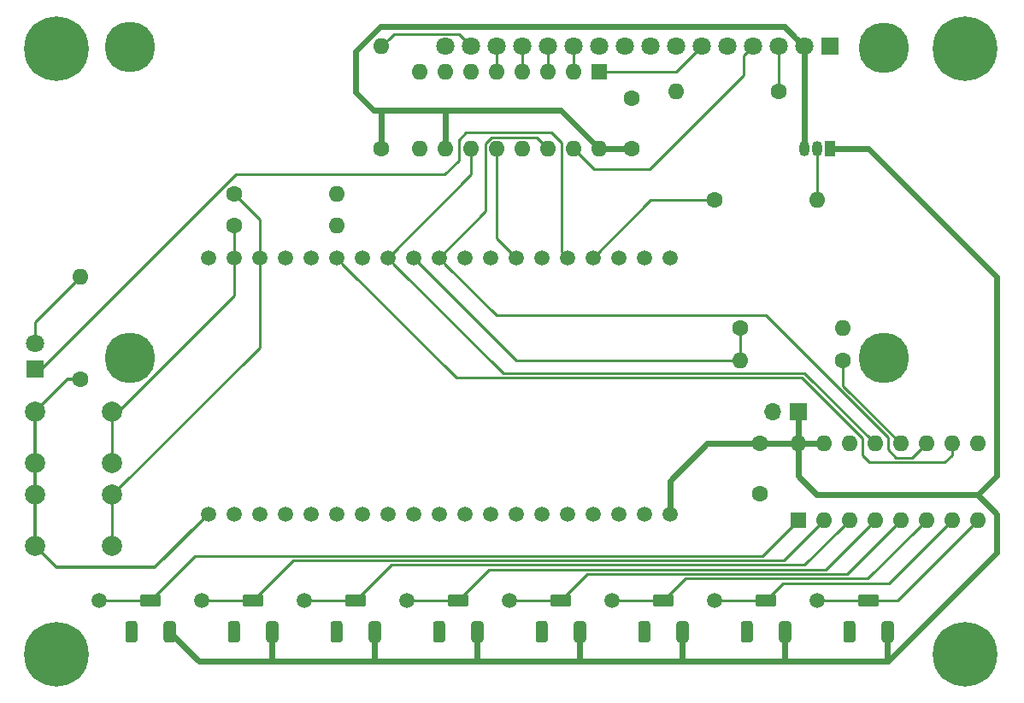
<source format=gtl>
G04 #@! TF.GenerationSoftware,KiCad,Pcbnew,(5.1.5)-2*
G04 #@! TF.CreationDate,2020-02-20T16:43:49+01:00*
G04 #@! TF.ProjectId,BBMini32,42424d69-6e69-4333-922e-6b696361645f,V1.0*
G04 #@! TF.SameCoordinates,PX1312d00PY55d4a80*
G04 #@! TF.FileFunction,Copper,L1,Top*
G04 #@! TF.FilePolarity,Positive*
%FSLAX46Y46*%
G04 Gerber Fmt 4.6, Leading zero omitted, Abs format (unit mm)*
G04 Created by KiCad (PCBNEW (5.1.5)-2) date 2020-02-20 16:43:49*
%MOMM*%
%LPD*%
G04 APERTURE LIST*
%ADD10C,1.800000*%
%ADD11R,1.800000X1.800000*%
%ADD12C,2.000000*%
%ADD13C,1.500000*%
%ADD14C,6.400000*%
%ADD15C,5.000000*%
%ADD16O,1.600000X1.600000*%
%ADD17R,1.600000X1.600000*%
%ADD18C,0.100000*%
%ADD19C,1.600000*%
%ADD20R,1.050000X1.500000*%
%ADD21O,1.050000X1.500000*%
%ADD22O,1.700000X1.700000*%
%ADD23R,1.700000X1.700000*%
%ADD24C,0.600000*%
%ADD25C,0.250000*%
%ADD26C,0.300000*%
G04 APERTURE END LIST*
D10*
X2860000Y35771000D03*
D11*
X2860000Y33231000D03*
D12*
X10480000Y20785000D03*
X2860000Y20785000D03*
X10480000Y15705000D03*
X2860000Y15705000D03*
X10480000Y29040000D03*
X2860000Y29040000D03*
X10480000Y23960000D03*
X2860000Y23960000D03*
D13*
X65725000Y44280000D03*
X42865000Y44280000D03*
X40325000Y44280000D03*
X60645000Y44280000D03*
X20005000Y44280000D03*
X22545000Y44280000D03*
X25085000Y44280000D03*
X27625000Y44280000D03*
X30165000Y44280000D03*
X32705000Y44280000D03*
X35245000Y44280000D03*
X37785000Y44280000D03*
X63185000Y44280000D03*
X58105000Y44280000D03*
X55565000Y44280000D03*
X53025000Y44280000D03*
X50485000Y44280000D03*
X47945000Y44280000D03*
X45405000Y44280000D03*
X65725000Y18880000D03*
X60645000Y18880000D03*
X20005000Y18880000D03*
X22545000Y18880000D03*
X25085000Y18880000D03*
X27625000Y18880000D03*
X30165000Y18880000D03*
X32705000Y18880000D03*
X35245000Y18880000D03*
X37785000Y18880000D03*
X63185000Y18880000D03*
X58105000Y18880000D03*
X55565000Y18880000D03*
X53025000Y18880000D03*
X50485000Y18880000D03*
X47945000Y18880000D03*
X45405000Y18880000D03*
X42865000Y18880000D03*
X40325000Y18880000D03*
D14*
X5000000Y5000000D03*
X95000000Y5000000D03*
X95000000Y65000000D03*
X5000000Y65000000D03*
D10*
X43496000Y65235000D03*
X46036000Y65235000D03*
X48576000Y65235000D03*
X51116000Y65235000D03*
X53656000Y65235000D03*
X56196000Y65235000D03*
X58736000Y65235000D03*
X61276000Y65235000D03*
X63816000Y65235000D03*
X66356000Y65235000D03*
X68896000Y65235000D03*
X71436000Y65235000D03*
X73976000Y65235000D03*
X76516000Y65235000D03*
X79056000Y65235000D03*
D11*
X81596000Y65235000D03*
D15*
X12246000Y34385000D03*
X86946000Y34385000D03*
X12246000Y65135000D03*
X86946000Y65085000D03*
D16*
X78425000Y25865000D03*
X96205000Y18245000D03*
X80965000Y25865000D03*
X93665000Y18245000D03*
X83505000Y25865000D03*
X91125000Y18245000D03*
X86045000Y25865000D03*
X88585000Y18245000D03*
X88585000Y25865000D03*
X86045000Y18245000D03*
X91125000Y25865000D03*
X83505000Y18245000D03*
X93665000Y25865000D03*
X80965000Y18245000D03*
X96205000Y25865000D03*
D17*
X78425000Y18245000D03*
D16*
X58740000Y55075000D03*
X40960000Y62695000D03*
X56200000Y55075000D03*
X43500000Y62695000D03*
X53660000Y55075000D03*
X46040000Y62695000D03*
X51120000Y55075000D03*
X48580000Y62695000D03*
X48580000Y55075000D03*
X51120000Y62695000D03*
X46040000Y55075000D03*
X53660000Y62695000D03*
X43500000Y55075000D03*
X56200000Y62695000D03*
X40960000Y55075000D03*
D17*
X58740000Y62695000D03*
D13*
X80330000Y10307500D03*
X70170000Y10307500D03*
X60010000Y10307500D03*
X49850000Y10307500D03*
X39690000Y10307500D03*
X29530000Y10307500D03*
X19370000Y10307500D03*
X9210000Y10307500D03*
G04 #@! TA.AperFunction,ComponentPad*
D18*
G36*
X87639405Y8256055D02*
G01*
X87668527Y8251736D01*
X87697085Y8244582D01*
X87724805Y8234664D01*
X87751419Y8222076D01*
X87776671Y8206941D01*
X87800318Y8189403D01*
X87822132Y8169632D01*
X87841903Y8147818D01*
X87859441Y8124171D01*
X87874576Y8098919D01*
X87887164Y8072305D01*
X87897082Y8044585D01*
X87904236Y8016027D01*
X87908555Y7986905D01*
X87910000Y7957500D01*
X87910000Y6457500D01*
X87908555Y6428095D01*
X87904236Y6398973D01*
X87897082Y6370415D01*
X87887164Y6342695D01*
X87874576Y6316081D01*
X87859441Y6290829D01*
X87841903Y6267182D01*
X87822132Y6245368D01*
X87800318Y6225597D01*
X87776671Y6208059D01*
X87751419Y6192924D01*
X87724805Y6180336D01*
X87697085Y6170418D01*
X87668527Y6163264D01*
X87639405Y6158945D01*
X87610000Y6157500D01*
X87010000Y6157500D01*
X86980595Y6158945D01*
X86951473Y6163264D01*
X86922915Y6170418D01*
X86895195Y6180336D01*
X86868581Y6192924D01*
X86843329Y6208059D01*
X86819682Y6225597D01*
X86797868Y6245368D01*
X86778097Y6267182D01*
X86760559Y6290829D01*
X86745424Y6316081D01*
X86732836Y6342695D01*
X86722918Y6370415D01*
X86715764Y6398973D01*
X86711445Y6428095D01*
X86710000Y6457500D01*
X86710000Y7957500D01*
X86711445Y7986905D01*
X86715764Y8016027D01*
X86722918Y8044585D01*
X86732836Y8072305D01*
X86745424Y8098919D01*
X86760559Y8124171D01*
X86778097Y8147818D01*
X86797868Y8169632D01*
X86819682Y8189403D01*
X86843329Y8206941D01*
X86868581Y8222076D01*
X86895195Y8234664D01*
X86922915Y8244582D01*
X86951473Y8251736D01*
X86980595Y8256055D01*
X87010000Y8257500D01*
X87610000Y8257500D01*
X87639405Y8256055D01*
G37*
G04 #@! TD.AperFunction*
G04 #@! TA.AperFunction,ComponentPad*
G36*
X86189405Y10906055D02*
G01*
X86218527Y10901736D01*
X86247085Y10894582D01*
X86274805Y10884664D01*
X86301419Y10872076D01*
X86326671Y10856941D01*
X86350318Y10839403D01*
X86372132Y10819632D01*
X86391903Y10797818D01*
X86409441Y10774171D01*
X86424576Y10748919D01*
X86437164Y10722305D01*
X86447082Y10694585D01*
X86454236Y10666027D01*
X86458555Y10636905D01*
X86460000Y10607500D01*
X86460000Y10007500D01*
X86458555Y9978095D01*
X86454236Y9948973D01*
X86447082Y9920415D01*
X86437164Y9892695D01*
X86424576Y9866081D01*
X86409441Y9840829D01*
X86391903Y9817182D01*
X86372132Y9795368D01*
X86350318Y9775597D01*
X86326671Y9758059D01*
X86301419Y9742924D01*
X86274805Y9730336D01*
X86247085Y9720418D01*
X86218527Y9713264D01*
X86189405Y9708945D01*
X86160000Y9707500D01*
X84660000Y9707500D01*
X84630595Y9708945D01*
X84601473Y9713264D01*
X84572915Y9720418D01*
X84545195Y9730336D01*
X84518581Y9742924D01*
X84493329Y9758059D01*
X84469682Y9775597D01*
X84447868Y9795368D01*
X84428097Y9817182D01*
X84410559Y9840829D01*
X84395424Y9866081D01*
X84382836Y9892695D01*
X84372918Y9920415D01*
X84365764Y9948973D01*
X84361445Y9978095D01*
X84360000Y10007500D01*
X84360000Y10607500D01*
X84361445Y10636905D01*
X84365764Y10666027D01*
X84372918Y10694585D01*
X84382836Y10722305D01*
X84395424Y10748919D01*
X84410559Y10774171D01*
X84428097Y10797818D01*
X84447868Y10819632D01*
X84469682Y10839403D01*
X84493329Y10856941D01*
X84518581Y10872076D01*
X84545195Y10884664D01*
X84572915Y10894582D01*
X84601473Y10901736D01*
X84630595Y10906055D01*
X84660000Y10907500D01*
X86160000Y10907500D01*
X86189405Y10906055D01*
G37*
G04 #@! TD.AperFunction*
G04 #@! TA.AperFunction,ComponentPad*
G36*
X83839405Y8256055D02*
G01*
X83868527Y8251736D01*
X83897085Y8244582D01*
X83924805Y8234664D01*
X83951419Y8222076D01*
X83976671Y8206941D01*
X84000318Y8189403D01*
X84022132Y8169632D01*
X84041903Y8147818D01*
X84059441Y8124171D01*
X84074576Y8098919D01*
X84087164Y8072305D01*
X84097082Y8044585D01*
X84104236Y8016027D01*
X84108555Y7986905D01*
X84110000Y7957500D01*
X84110000Y6457500D01*
X84108555Y6428095D01*
X84104236Y6398973D01*
X84097082Y6370415D01*
X84087164Y6342695D01*
X84074576Y6316081D01*
X84059441Y6290829D01*
X84041903Y6267182D01*
X84022132Y6245368D01*
X84000318Y6225597D01*
X83976671Y6208059D01*
X83951419Y6192924D01*
X83924805Y6180336D01*
X83897085Y6170418D01*
X83868527Y6163264D01*
X83839405Y6158945D01*
X83810000Y6157500D01*
X83210000Y6157500D01*
X83180595Y6158945D01*
X83151473Y6163264D01*
X83122915Y6170418D01*
X83095195Y6180336D01*
X83068581Y6192924D01*
X83043329Y6208059D01*
X83019682Y6225597D01*
X82997868Y6245368D01*
X82978097Y6267182D01*
X82960559Y6290829D01*
X82945424Y6316081D01*
X82932836Y6342695D01*
X82922918Y6370415D01*
X82915764Y6398973D01*
X82911445Y6428095D01*
X82910000Y6457500D01*
X82910000Y7957500D01*
X82911445Y7986905D01*
X82915764Y8016027D01*
X82922918Y8044585D01*
X82932836Y8072305D01*
X82945424Y8098919D01*
X82960559Y8124171D01*
X82978097Y8147818D01*
X82997868Y8169632D01*
X83019682Y8189403D01*
X83043329Y8206941D01*
X83068581Y8222076D01*
X83095195Y8234664D01*
X83122915Y8244582D01*
X83151473Y8251736D01*
X83180595Y8256055D01*
X83210000Y8257500D01*
X83810000Y8257500D01*
X83839405Y8256055D01*
G37*
G04 #@! TD.AperFunction*
G04 #@! TA.AperFunction,ComponentPad*
G36*
X77479405Y8256055D02*
G01*
X77508527Y8251736D01*
X77537085Y8244582D01*
X77564805Y8234664D01*
X77591419Y8222076D01*
X77616671Y8206941D01*
X77640318Y8189403D01*
X77662132Y8169632D01*
X77681903Y8147818D01*
X77699441Y8124171D01*
X77714576Y8098919D01*
X77727164Y8072305D01*
X77737082Y8044585D01*
X77744236Y8016027D01*
X77748555Y7986905D01*
X77750000Y7957500D01*
X77750000Y6457500D01*
X77748555Y6428095D01*
X77744236Y6398973D01*
X77737082Y6370415D01*
X77727164Y6342695D01*
X77714576Y6316081D01*
X77699441Y6290829D01*
X77681903Y6267182D01*
X77662132Y6245368D01*
X77640318Y6225597D01*
X77616671Y6208059D01*
X77591419Y6192924D01*
X77564805Y6180336D01*
X77537085Y6170418D01*
X77508527Y6163264D01*
X77479405Y6158945D01*
X77450000Y6157500D01*
X76850000Y6157500D01*
X76820595Y6158945D01*
X76791473Y6163264D01*
X76762915Y6170418D01*
X76735195Y6180336D01*
X76708581Y6192924D01*
X76683329Y6208059D01*
X76659682Y6225597D01*
X76637868Y6245368D01*
X76618097Y6267182D01*
X76600559Y6290829D01*
X76585424Y6316081D01*
X76572836Y6342695D01*
X76562918Y6370415D01*
X76555764Y6398973D01*
X76551445Y6428095D01*
X76550000Y6457500D01*
X76550000Y7957500D01*
X76551445Y7986905D01*
X76555764Y8016027D01*
X76562918Y8044585D01*
X76572836Y8072305D01*
X76585424Y8098919D01*
X76600559Y8124171D01*
X76618097Y8147818D01*
X76637868Y8169632D01*
X76659682Y8189403D01*
X76683329Y8206941D01*
X76708581Y8222076D01*
X76735195Y8234664D01*
X76762915Y8244582D01*
X76791473Y8251736D01*
X76820595Y8256055D01*
X76850000Y8257500D01*
X77450000Y8257500D01*
X77479405Y8256055D01*
G37*
G04 #@! TD.AperFunction*
G04 #@! TA.AperFunction,ComponentPad*
G36*
X76029405Y10906055D02*
G01*
X76058527Y10901736D01*
X76087085Y10894582D01*
X76114805Y10884664D01*
X76141419Y10872076D01*
X76166671Y10856941D01*
X76190318Y10839403D01*
X76212132Y10819632D01*
X76231903Y10797818D01*
X76249441Y10774171D01*
X76264576Y10748919D01*
X76277164Y10722305D01*
X76287082Y10694585D01*
X76294236Y10666027D01*
X76298555Y10636905D01*
X76300000Y10607500D01*
X76300000Y10007500D01*
X76298555Y9978095D01*
X76294236Y9948973D01*
X76287082Y9920415D01*
X76277164Y9892695D01*
X76264576Y9866081D01*
X76249441Y9840829D01*
X76231903Y9817182D01*
X76212132Y9795368D01*
X76190318Y9775597D01*
X76166671Y9758059D01*
X76141419Y9742924D01*
X76114805Y9730336D01*
X76087085Y9720418D01*
X76058527Y9713264D01*
X76029405Y9708945D01*
X76000000Y9707500D01*
X74500000Y9707500D01*
X74470595Y9708945D01*
X74441473Y9713264D01*
X74412915Y9720418D01*
X74385195Y9730336D01*
X74358581Y9742924D01*
X74333329Y9758059D01*
X74309682Y9775597D01*
X74287868Y9795368D01*
X74268097Y9817182D01*
X74250559Y9840829D01*
X74235424Y9866081D01*
X74222836Y9892695D01*
X74212918Y9920415D01*
X74205764Y9948973D01*
X74201445Y9978095D01*
X74200000Y10007500D01*
X74200000Y10607500D01*
X74201445Y10636905D01*
X74205764Y10666027D01*
X74212918Y10694585D01*
X74222836Y10722305D01*
X74235424Y10748919D01*
X74250559Y10774171D01*
X74268097Y10797818D01*
X74287868Y10819632D01*
X74309682Y10839403D01*
X74333329Y10856941D01*
X74358581Y10872076D01*
X74385195Y10884664D01*
X74412915Y10894582D01*
X74441473Y10901736D01*
X74470595Y10906055D01*
X74500000Y10907500D01*
X76000000Y10907500D01*
X76029405Y10906055D01*
G37*
G04 #@! TD.AperFunction*
G04 #@! TA.AperFunction,ComponentPad*
G36*
X73679405Y8256055D02*
G01*
X73708527Y8251736D01*
X73737085Y8244582D01*
X73764805Y8234664D01*
X73791419Y8222076D01*
X73816671Y8206941D01*
X73840318Y8189403D01*
X73862132Y8169632D01*
X73881903Y8147818D01*
X73899441Y8124171D01*
X73914576Y8098919D01*
X73927164Y8072305D01*
X73937082Y8044585D01*
X73944236Y8016027D01*
X73948555Y7986905D01*
X73950000Y7957500D01*
X73950000Y6457500D01*
X73948555Y6428095D01*
X73944236Y6398973D01*
X73937082Y6370415D01*
X73927164Y6342695D01*
X73914576Y6316081D01*
X73899441Y6290829D01*
X73881903Y6267182D01*
X73862132Y6245368D01*
X73840318Y6225597D01*
X73816671Y6208059D01*
X73791419Y6192924D01*
X73764805Y6180336D01*
X73737085Y6170418D01*
X73708527Y6163264D01*
X73679405Y6158945D01*
X73650000Y6157500D01*
X73050000Y6157500D01*
X73020595Y6158945D01*
X72991473Y6163264D01*
X72962915Y6170418D01*
X72935195Y6180336D01*
X72908581Y6192924D01*
X72883329Y6208059D01*
X72859682Y6225597D01*
X72837868Y6245368D01*
X72818097Y6267182D01*
X72800559Y6290829D01*
X72785424Y6316081D01*
X72772836Y6342695D01*
X72762918Y6370415D01*
X72755764Y6398973D01*
X72751445Y6428095D01*
X72750000Y6457500D01*
X72750000Y7957500D01*
X72751445Y7986905D01*
X72755764Y8016027D01*
X72762918Y8044585D01*
X72772836Y8072305D01*
X72785424Y8098919D01*
X72800559Y8124171D01*
X72818097Y8147818D01*
X72837868Y8169632D01*
X72859682Y8189403D01*
X72883329Y8206941D01*
X72908581Y8222076D01*
X72935195Y8234664D01*
X72962915Y8244582D01*
X72991473Y8251736D01*
X73020595Y8256055D01*
X73050000Y8257500D01*
X73650000Y8257500D01*
X73679405Y8256055D01*
G37*
G04 #@! TD.AperFunction*
G04 #@! TA.AperFunction,ComponentPad*
G36*
X67319405Y8256055D02*
G01*
X67348527Y8251736D01*
X67377085Y8244582D01*
X67404805Y8234664D01*
X67431419Y8222076D01*
X67456671Y8206941D01*
X67480318Y8189403D01*
X67502132Y8169632D01*
X67521903Y8147818D01*
X67539441Y8124171D01*
X67554576Y8098919D01*
X67567164Y8072305D01*
X67577082Y8044585D01*
X67584236Y8016027D01*
X67588555Y7986905D01*
X67590000Y7957500D01*
X67590000Y6457500D01*
X67588555Y6428095D01*
X67584236Y6398973D01*
X67577082Y6370415D01*
X67567164Y6342695D01*
X67554576Y6316081D01*
X67539441Y6290829D01*
X67521903Y6267182D01*
X67502132Y6245368D01*
X67480318Y6225597D01*
X67456671Y6208059D01*
X67431419Y6192924D01*
X67404805Y6180336D01*
X67377085Y6170418D01*
X67348527Y6163264D01*
X67319405Y6158945D01*
X67290000Y6157500D01*
X66690000Y6157500D01*
X66660595Y6158945D01*
X66631473Y6163264D01*
X66602915Y6170418D01*
X66575195Y6180336D01*
X66548581Y6192924D01*
X66523329Y6208059D01*
X66499682Y6225597D01*
X66477868Y6245368D01*
X66458097Y6267182D01*
X66440559Y6290829D01*
X66425424Y6316081D01*
X66412836Y6342695D01*
X66402918Y6370415D01*
X66395764Y6398973D01*
X66391445Y6428095D01*
X66390000Y6457500D01*
X66390000Y7957500D01*
X66391445Y7986905D01*
X66395764Y8016027D01*
X66402918Y8044585D01*
X66412836Y8072305D01*
X66425424Y8098919D01*
X66440559Y8124171D01*
X66458097Y8147818D01*
X66477868Y8169632D01*
X66499682Y8189403D01*
X66523329Y8206941D01*
X66548581Y8222076D01*
X66575195Y8234664D01*
X66602915Y8244582D01*
X66631473Y8251736D01*
X66660595Y8256055D01*
X66690000Y8257500D01*
X67290000Y8257500D01*
X67319405Y8256055D01*
G37*
G04 #@! TD.AperFunction*
G04 #@! TA.AperFunction,ComponentPad*
G36*
X65869405Y10906055D02*
G01*
X65898527Y10901736D01*
X65927085Y10894582D01*
X65954805Y10884664D01*
X65981419Y10872076D01*
X66006671Y10856941D01*
X66030318Y10839403D01*
X66052132Y10819632D01*
X66071903Y10797818D01*
X66089441Y10774171D01*
X66104576Y10748919D01*
X66117164Y10722305D01*
X66127082Y10694585D01*
X66134236Y10666027D01*
X66138555Y10636905D01*
X66140000Y10607500D01*
X66140000Y10007500D01*
X66138555Y9978095D01*
X66134236Y9948973D01*
X66127082Y9920415D01*
X66117164Y9892695D01*
X66104576Y9866081D01*
X66089441Y9840829D01*
X66071903Y9817182D01*
X66052132Y9795368D01*
X66030318Y9775597D01*
X66006671Y9758059D01*
X65981419Y9742924D01*
X65954805Y9730336D01*
X65927085Y9720418D01*
X65898527Y9713264D01*
X65869405Y9708945D01*
X65840000Y9707500D01*
X64340000Y9707500D01*
X64310595Y9708945D01*
X64281473Y9713264D01*
X64252915Y9720418D01*
X64225195Y9730336D01*
X64198581Y9742924D01*
X64173329Y9758059D01*
X64149682Y9775597D01*
X64127868Y9795368D01*
X64108097Y9817182D01*
X64090559Y9840829D01*
X64075424Y9866081D01*
X64062836Y9892695D01*
X64052918Y9920415D01*
X64045764Y9948973D01*
X64041445Y9978095D01*
X64040000Y10007500D01*
X64040000Y10607500D01*
X64041445Y10636905D01*
X64045764Y10666027D01*
X64052918Y10694585D01*
X64062836Y10722305D01*
X64075424Y10748919D01*
X64090559Y10774171D01*
X64108097Y10797818D01*
X64127868Y10819632D01*
X64149682Y10839403D01*
X64173329Y10856941D01*
X64198581Y10872076D01*
X64225195Y10884664D01*
X64252915Y10894582D01*
X64281473Y10901736D01*
X64310595Y10906055D01*
X64340000Y10907500D01*
X65840000Y10907500D01*
X65869405Y10906055D01*
G37*
G04 #@! TD.AperFunction*
G04 #@! TA.AperFunction,ComponentPad*
G36*
X63519405Y8256055D02*
G01*
X63548527Y8251736D01*
X63577085Y8244582D01*
X63604805Y8234664D01*
X63631419Y8222076D01*
X63656671Y8206941D01*
X63680318Y8189403D01*
X63702132Y8169632D01*
X63721903Y8147818D01*
X63739441Y8124171D01*
X63754576Y8098919D01*
X63767164Y8072305D01*
X63777082Y8044585D01*
X63784236Y8016027D01*
X63788555Y7986905D01*
X63790000Y7957500D01*
X63790000Y6457500D01*
X63788555Y6428095D01*
X63784236Y6398973D01*
X63777082Y6370415D01*
X63767164Y6342695D01*
X63754576Y6316081D01*
X63739441Y6290829D01*
X63721903Y6267182D01*
X63702132Y6245368D01*
X63680318Y6225597D01*
X63656671Y6208059D01*
X63631419Y6192924D01*
X63604805Y6180336D01*
X63577085Y6170418D01*
X63548527Y6163264D01*
X63519405Y6158945D01*
X63490000Y6157500D01*
X62890000Y6157500D01*
X62860595Y6158945D01*
X62831473Y6163264D01*
X62802915Y6170418D01*
X62775195Y6180336D01*
X62748581Y6192924D01*
X62723329Y6208059D01*
X62699682Y6225597D01*
X62677868Y6245368D01*
X62658097Y6267182D01*
X62640559Y6290829D01*
X62625424Y6316081D01*
X62612836Y6342695D01*
X62602918Y6370415D01*
X62595764Y6398973D01*
X62591445Y6428095D01*
X62590000Y6457500D01*
X62590000Y7957500D01*
X62591445Y7986905D01*
X62595764Y8016027D01*
X62602918Y8044585D01*
X62612836Y8072305D01*
X62625424Y8098919D01*
X62640559Y8124171D01*
X62658097Y8147818D01*
X62677868Y8169632D01*
X62699682Y8189403D01*
X62723329Y8206941D01*
X62748581Y8222076D01*
X62775195Y8234664D01*
X62802915Y8244582D01*
X62831473Y8251736D01*
X62860595Y8256055D01*
X62890000Y8257500D01*
X63490000Y8257500D01*
X63519405Y8256055D01*
G37*
G04 #@! TD.AperFunction*
G04 #@! TA.AperFunction,ComponentPad*
G36*
X57159405Y8256055D02*
G01*
X57188527Y8251736D01*
X57217085Y8244582D01*
X57244805Y8234664D01*
X57271419Y8222076D01*
X57296671Y8206941D01*
X57320318Y8189403D01*
X57342132Y8169632D01*
X57361903Y8147818D01*
X57379441Y8124171D01*
X57394576Y8098919D01*
X57407164Y8072305D01*
X57417082Y8044585D01*
X57424236Y8016027D01*
X57428555Y7986905D01*
X57430000Y7957500D01*
X57430000Y6457500D01*
X57428555Y6428095D01*
X57424236Y6398973D01*
X57417082Y6370415D01*
X57407164Y6342695D01*
X57394576Y6316081D01*
X57379441Y6290829D01*
X57361903Y6267182D01*
X57342132Y6245368D01*
X57320318Y6225597D01*
X57296671Y6208059D01*
X57271419Y6192924D01*
X57244805Y6180336D01*
X57217085Y6170418D01*
X57188527Y6163264D01*
X57159405Y6158945D01*
X57130000Y6157500D01*
X56530000Y6157500D01*
X56500595Y6158945D01*
X56471473Y6163264D01*
X56442915Y6170418D01*
X56415195Y6180336D01*
X56388581Y6192924D01*
X56363329Y6208059D01*
X56339682Y6225597D01*
X56317868Y6245368D01*
X56298097Y6267182D01*
X56280559Y6290829D01*
X56265424Y6316081D01*
X56252836Y6342695D01*
X56242918Y6370415D01*
X56235764Y6398973D01*
X56231445Y6428095D01*
X56230000Y6457500D01*
X56230000Y7957500D01*
X56231445Y7986905D01*
X56235764Y8016027D01*
X56242918Y8044585D01*
X56252836Y8072305D01*
X56265424Y8098919D01*
X56280559Y8124171D01*
X56298097Y8147818D01*
X56317868Y8169632D01*
X56339682Y8189403D01*
X56363329Y8206941D01*
X56388581Y8222076D01*
X56415195Y8234664D01*
X56442915Y8244582D01*
X56471473Y8251736D01*
X56500595Y8256055D01*
X56530000Y8257500D01*
X57130000Y8257500D01*
X57159405Y8256055D01*
G37*
G04 #@! TD.AperFunction*
G04 #@! TA.AperFunction,ComponentPad*
G36*
X55709405Y10906055D02*
G01*
X55738527Y10901736D01*
X55767085Y10894582D01*
X55794805Y10884664D01*
X55821419Y10872076D01*
X55846671Y10856941D01*
X55870318Y10839403D01*
X55892132Y10819632D01*
X55911903Y10797818D01*
X55929441Y10774171D01*
X55944576Y10748919D01*
X55957164Y10722305D01*
X55967082Y10694585D01*
X55974236Y10666027D01*
X55978555Y10636905D01*
X55980000Y10607500D01*
X55980000Y10007500D01*
X55978555Y9978095D01*
X55974236Y9948973D01*
X55967082Y9920415D01*
X55957164Y9892695D01*
X55944576Y9866081D01*
X55929441Y9840829D01*
X55911903Y9817182D01*
X55892132Y9795368D01*
X55870318Y9775597D01*
X55846671Y9758059D01*
X55821419Y9742924D01*
X55794805Y9730336D01*
X55767085Y9720418D01*
X55738527Y9713264D01*
X55709405Y9708945D01*
X55680000Y9707500D01*
X54180000Y9707500D01*
X54150595Y9708945D01*
X54121473Y9713264D01*
X54092915Y9720418D01*
X54065195Y9730336D01*
X54038581Y9742924D01*
X54013329Y9758059D01*
X53989682Y9775597D01*
X53967868Y9795368D01*
X53948097Y9817182D01*
X53930559Y9840829D01*
X53915424Y9866081D01*
X53902836Y9892695D01*
X53892918Y9920415D01*
X53885764Y9948973D01*
X53881445Y9978095D01*
X53880000Y10007500D01*
X53880000Y10607500D01*
X53881445Y10636905D01*
X53885764Y10666027D01*
X53892918Y10694585D01*
X53902836Y10722305D01*
X53915424Y10748919D01*
X53930559Y10774171D01*
X53948097Y10797818D01*
X53967868Y10819632D01*
X53989682Y10839403D01*
X54013329Y10856941D01*
X54038581Y10872076D01*
X54065195Y10884664D01*
X54092915Y10894582D01*
X54121473Y10901736D01*
X54150595Y10906055D01*
X54180000Y10907500D01*
X55680000Y10907500D01*
X55709405Y10906055D01*
G37*
G04 #@! TD.AperFunction*
G04 #@! TA.AperFunction,ComponentPad*
G36*
X53359405Y8256055D02*
G01*
X53388527Y8251736D01*
X53417085Y8244582D01*
X53444805Y8234664D01*
X53471419Y8222076D01*
X53496671Y8206941D01*
X53520318Y8189403D01*
X53542132Y8169632D01*
X53561903Y8147818D01*
X53579441Y8124171D01*
X53594576Y8098919D01*
X53607164Y8072305D01*
X53617082Y8044585D01*
X53624236Y8016027D01*
X53628555Y7986905D01*
X53630000Y7957500D01*
X53630000Y6457500D01*
X53628555Y6428095D01*
X53624236Y6398973D01*
X53617082Y6370415D01*
X53607164Y6342695D01*
X53594576Y6316081D01*
X53579441Y6290829D01*
X53561903Y6267182D01*
X53542132Y6245368D01*
X53520318Y6225597D01*
X53496671Y6208059D01*
X53471419Y6192924D01*
X53444805Y6180336D01*
X53417085Y6170418D01*
X53388527Y6163264D01*
X53359405Y6158945D01*
X53330000Y6157500D01*
X52730000Y6157500D01*
X52700595Y6158945D01*
X52671473Y6163264D01*
X52642915Y6170418D01*
X52615195Y6180336D01*
X52588581Y6192924D01*
X52563329Y6208059D01*
X52539682Y6225597D01*
X52517868Y6245368D01*
X52498097Y6267182D01*
X52480559Y6290829D01*
X52465424Y6316081D01*
X52452836Y6342695D01*
X52442918Y6370415D01*
X52435764Y6398973D01*
X52431445Y6428095D01*
X52430000Y6457500D01*
X52430000Y7957500D01*
X52431445Y7986905D01*
X52435764Y8016027D01*
X52442918Y8044585D01*
X52452836Y8072305D01*
X52465424Y8098919D01*
X52480559Y8124171D01*
X52498097Y8147818D01*
X52517868Y8169632D01*
X52539682Y8189403D01*
X52563329Y8206941D01*
X52588581Y8222076D01*
X52615195Y8234664D01*
X52642915Y8244582D01*
X52671473Y8251736D01*
X52700595Y8256055D01*
X52730000Y8257500D01*
X53330000Y8257500D01*
X53359405Y8256055D01*
G37*
G04 #@! TD.AperFunction*
G04 #@! TA.AperFunction,ComponentPad*
G36*
X46999405Y8256055D02*
G01*
X47028527Y8251736D01*
X47057085Y8244582D01*
X47084805Y8234664D01*
X47111419Y8222076D01*
X47136671Y8206941D01*
X47160318Y8189403D01*
X47182132Y8169632D01*
X47201903Y8147818D01*
X47219441Y8124171D01*
X47234576Y8098919D01*
X47247164Y8072305D01*
X47257082Y8044585D01*
X47264236Y8016027D01*
X47268555Y7986905D01*
X47270000Y7957500D01*
X47270000Y6457500D01*
X47268555Y6428095D01*
X47264236Y6398973D01*
X47257082Y6370415D01*
X47247164Y6342695D01*
X47234576Y6316081D01*
X47219441Y6290829D01*
X47201903Y6267182D01*
X47182132Y6245368D01*
X47160318Y6225597D01*
X47136671Y6208059D01*
X47111419Y6192924D01*
X47084805Y6180336D01*
X47057085Y6170418D01*
X47028527Y6163264D01*
X46999405Y6158945D01*
X46970000Y6157500D01*
X46370000Y6157500D01*
X46340595Y6158945D01*
X46311473Y6163264D01*
X46282915Y6170418D01*
X46255195Y6180336D01*
X46228581Y6192924D01*
X46203329Y6208059D01*
X46179682Y6225597D01*
X46157868Y6245368D01*
X46138097Y6267182D01*
X46120559Y6290829D01*
X46105424Y6316081D01*
X46092836Y6342695D01*
X46082918Y6370415D01*
X46075764Y6398973D01*
X46071445Y6428095D01*
X46070000Y6457500D01*
X46070000Y7957500D01*
X46071445Y7986905D01*
X46075764Y8016027D01*
X46082918Y8044585D01*
X46092836Y8072305D01*
X46105424Y8098919D01*
X46120559Y8124171D01*
X46138097Y8147818D01*
X46157868Y8169632D01*
X46179682Y8189403D01*
X46203329Y8206941D01*
X46228581Y8222076D01*
X46255195Y8234664D01*
X46282915Y8244582D01*
X46311473Y8251736D01*
X46340595Y8256055D01*
X46370000Y8257500D01*
X46970000Y8257500D01*
X46999405Y8256055D01*
G37*
G04 #@! TD.AperFunction*
G04 #@! TA.AperFunction,ComponentPad*
G36*
X45549405Y10906055D02*
G01*
X45578527Y10901736D01*
X45607085Y10894582D01*
X45634805Y10884664D01*
X45661419Y10872076D01*
X45686671Y10856941D01*
X45710318Y10839403D01*
X45732132Y10819632D01*
X45751903Y10797818D01*
X45769441Y10774171D01*
X45784576Y10748919D01*
X45797164Y10722305D01*
X45807082Y10694585D01*
X45814236Y10666027D01*
X45818555Y10636905D01*
X45820000Y10607500D01*
X45820000Y10007500D01*
X45818555Y9978095D01*
X45814236Y9948973D01*
X45807082Y9920415D01*
X45797164Y9892695D01*
X45784576Y9866081D01*
X45769441Y9840829D01*
X45751903Y9817182D01*
X45732132Y9795368D01*
X45710318Y9775597D01*
X45686671Y9758059D01*
X45661419Y9742924D01*
X45634805Y9730336D01*
X45607085Y9720418D01*
X45578527Y9713264D01*
X45549405Y9708945D01*
X45520000Y9707500D01*
X44020000Y9707500D01*
X43990595Y9708945D01*
X43961473Y9713264D01*
X43932915Y9720418D01*
X43905195Y9730336D01*
X43878581Y9742924D01*
X43853329Y9758059D01*
X43829682Y9775597D01*
X43807868Y9795368D01*
X43788097Y9817182D01*
X43770559Y9840829D01*
X43755424Y9866081D01*
X43742836Y9892695D01*
X43732918Y9920415D01*
X43725764Y9948973D01*
X43721445Y9978095D01*
X43720000Y10007500D01*
X43720000Y10607500D01*
X43721445Y10636905D01*
X43725764Y10666027D01*
X43732918Y10694585D01*
X43742836Y10722305D01*
X43755424Y10748919D01*
X43770559Y10774171D01*
X43788097Y10797818D01*
X43807868Y10819632D01*
X43829682Y10839403D01*
X43853329Y10856941D01*
X43878581Y10872076D01*
X43905195Y10884664D01*
X43932915Y10894582D01*
X43961473Y10901736D01*
X43990595Y10906055D01*
X44020000Y10907500D01*
X45520000Y10907500D01*
X45549405Y10906055D01*
G37*
G04 #@! TD.AperFunction*
G04 #@! TA.AperFunction,ComponentPad*
G36*
X43199405Y8256055D02*
G01*
X43228527Y8251736D01*
X43257085Y8244582D01*
X43284805Y8234664D01*
X43311419Y8222076D01*
X43336671Y8206941D01*
X43360318Y8189403D01*
X43382132Y8169632D01*
X43401903Y8147818D01*
X43419441Y8124171D01*
X43434576Y8098919D01*
X43447164Y8072305D01*
X43457082Y8044585D01*
X43464236Y8016027D01*
X43468555Y7986905D01*
X43470000Y7957500D01*
X43470000Y6457500D01*
X43468555Y6428095D01*
X43464236Y6398973D01*
X43457082Y6370415D01*
X43447164Y6342695D01*
X43434576Y6316081D01*
X43419441Y6290829D01*
X43401903Y6267182D01*
X43382132Y6245368D01*
X43360318Y6225597D01*
X43336671Y6208059D01*
X43311419Y6192924D01*
X43284805Y6180336D01*
X43257085Y6170418D01*
X43228527Y6163264D01*
X43199405Y6158945D01*
X43170000Y6157500D01*
X42570000Y6157500D01*
X42540595Y6158945D01*
X42511473Y6163264D01*
X42482915Y6170418D01*
X42455195Y6180336D01*
X42428581Y6192924D01*
X42403329Y6208059D01*
X42379682Y6225597D01*
X42357868Y6245368D01*
X42338097Y6267182D01*
X42320559Y6290829D01*
X42305424Y6316081D01*
X42292836Y6342695D01*
X42282918Y6370415D01*
X42275764Y6398973D01*
X42271445Y6428095D01*
X42270000Y6457500D01*
X42270000Y7957500D01*
X42271445Y7986905D01*
X42275764Y8016027D01*
X42282918Y8044585D01*
X42292836Y8072305D01*
X42305424Y8098919D01*
X42320559Y8124171D01*
X42338097Y8147818D01*
X42357868Y8169632D01*
X42379682Y8189403D01*
X42403329Y8206941D01*
X42428581Y8222076D01*
X42455195Y8234664D01*
X42482915Y8244582D01*
X42511473Y8251736D01*
X42540595Y8256055D01*
X42570000Y8257500D01*
X43170000Y8257500D01*
X43199405Y8256055D01*
G37*
G04 #@! TD.AperFunction*
G04 #@! TA.AperFunction,ComponentPad*
G36*
X36839405Y8256055D02*
G01*
X36868527Y8251736D01*
X36897085Y8244582D01*
X36924805Y8234664D01*
X36951419Y8222076D01*
X36976671Y8206941D01*
X37000318Y8189403D01*
X37022132Y8169632D01*
X37041903Y8147818D01*
X37059441Y8124171D01*
X37074576Y8098919D01*
X37087164Y8072305D01*
X37097082Y8044585D01*
X37104236Y8016027D01*
X37108555Y7986905D01*
X37110000Y7957500D01*
X37110000Y6457500D01*
X37108555Y6428095D01*
X37104236Y6398973D01*
X37097082Y6370415D01*
X37087164Y6342695D01*
X37074576Y6316081D01*
X37059441Y6290829D01*
X37041903Y6267182D01*
X37022132Y6245368D01*
X37000318Y6225597D01*
X36976671Y6208059D01*
X36951419Y6192924D01*
X36924805Y6180336D01*
X36897085Y6170418D01*
X36868527Y6163264D01*
X36839405Y6158945D01*
X36810000Y6157500D01*
X36210000Y6157500D01*
X36180595Y6158945D01*
X36151473Y6163264D01*
X36122915Y6170418D01*
X36095195Y6180336D01*
X36068581Y6192924D01*
X36043329Y6208059D01*
X36019682Y6225597D01*
X35997868Y6245368D01*
X35978097Y6267182D01*
X35960559Y6290829D01*
X35945424Y6316081D01*
X35932836Y6342695D01*
X35922918Y6370415D01*
X35915764Y6398973D01*
X35911445Y6428095D01*
X35910000Y6457500D01*
X35910000Y7957500D01*
X35911445Y7986905D01*
X35915764Y8016027D01*
X35922918Y8044585D01*
X35932836Y8072305D01*
X35945424Y8098919D01*
X35960559Y8124171D01*
X35978097Y8147818D01*
X35997868Y8169632D01*
X36019682Y8189403D01*
X36043329Y8206941D01*
X36068581Y8222076D01*
X36095195Y8234664D01*
X36122915Y8244582D01*
X36151473Y8251736D01*
X36180595Y8256055D01*
X36210000Y8257500D01*
X36810000Y8257500D01*
X36839405Y8256055D01*
G37*
G04 #@! TD.AperFunction*
G04 #@! TA.AperFunction,ComponentPad*
G36*
X35389405Y10906055D02*
G01*
X35418527Y10901736D01*
X35447085Y10894582D01*
X35474805Y10884664D01*
X35501419Y10872076D01*
X35526671Y10856941D01*
X35550318Y10839403D01*
X35572132Y10819632D01*
X35591903Y10797818D01*
X35609441Y10774171D01*
X35624576Y10748919D01*
X35637164Y10722305D01*
X35647082Y10694585D01*
X35654236Y10666027D01*
X35658555Y10636905D01*
X35660000Y10607500D01*
X35660000Y10007500D01*
X35658555Y9978095D01*
X35654236Y9948973D01*
X35647082Y9920415D01*
X35637164Y9892695D01*
X35624576Y9866081D01*
X35609441Y9840829D01*
X35591903Y9817182D01*
X35572132Y9795368D01*
X35550318Y9775597D01*
X35526671Y9758059D01*
X35501419Y9742924D01*
X35474805Y9730336D01*
X35447085Y9720418D01*
X35418527Y9713264D01*
X35389405Y9708945D01*
X35360000Y9707500D01*
X33860000Y9707500D01*
X33830595Y9708945D01*
X33801473Y9713264D01*
X33772915Y9720418D01*
X33745195Y9730336D01*
X33718581Y9742924D01*
X33693329Y9758059D01*
X33669682Y9775597D01*
X33647868Y9795368D01*
X33628097Y9817182D01*
X33610559Y9840829D01*
X33595424Y9866081D01*
X33582836Y9892695D01*
X33572918Y9920415D01*
X33565764Y9948973D01*
X33561445Y9978095D01*
X33560000Y10007500D01*
X33560000Y10607500D01*
X33561445Y10636905D01*
X33565764Y10666027D01*
X33572918Y10694585D01*
X33582836Y10722305D01*
X33595424Y10748919D01*
X33610559Y10774171D01*
X33628097Y10797818D01*
X33647868Y10819632D01*
X33669682Y10839403D01*
X33693329Y10856941D01*
X33718581Y10872076D01*
X33745195Y10884664D01*
X33772915Y10894582D01*
X33801473Y10901736D01*
X33830595Y10906055D01*
X33860000Y10907500D01*
X35360000Y10907500D01*
X35389405Y10906055D01*
G37*
G04 #@! TD.AperFunction*
G04 #@! TA.AperFunction,ComponentPad*
G36*
X33039405Y8256055D02*
G01*
X33068527Y8251736D01*
X33097085Y8244582D01*
X33124805Y8234664D01*
X33151419Y8222076D01*
X33176671Y8206941D01*
X33200318Y8189403D01*
X33222132Y8169632D01*
X33241903Y8147818D01*
X33259441Y8124171D01*
X33274576Y8098919D01*
X33287164Y8072305D01*
X33297082Y8044585D01*
X33304236Y8016027D01*
X33308555Y7986905D01*
X33310000Y7957500D01*
X33310000Y6457500D01*
X33308555Y6428095D01*
X33304236Y6398973D01*
X33297082Y6370415D01*
X33287164Y6342695D01*
X33274576Y6316081D01*
X33259441Y6290829D01*
X33241903Y6267182D01*
X33222132Y6245368D01*
X33200318Y6225597D01*
X33176671Y6208059D01*
X33151419Y6192924D01*
X33124805Y6180336D01*
X33097085Y6170418D01*
X33068527Y6163264D01*
X33039405Y6158945D01*
X33010000Y6157500D01*
X32410000Y6157500D01*
X32380595Y6158945D01*
X32351473Y6163264D01*
X32322915Y6170418D01*
X32295195Y6180336D01*
X32268581Y6192924D01*
X32243329Y6208059D01*
X32219682Y6225597D01*
X32197868Y6245368D01*
X32178097Y6267182D01*
X32160559Y6290829D01*
X32145424Y6316081D01*
X32132836Y6342695D01*
X32122918Y6370415D01*
X32115764Y6398973D01*
X32111445Y6428095D01*
X32110000Y6457500D01*
X32110000Y7957500D01*
X32111445Y7986905D01*
X32115764Y8016027D01*
X32122918Y8044585D01*
X32132836Y8072305D01*
X32145424Y8098919D01*
X32160559Y8124171D01*
X32178097Y8147818D01*
X32197868Y8169632D01*
X32219682Y8189403D01*
X32243329Y8206941D01*
X32268581Y8222076D01*
X32295195Y8234664D01*
X32322915Y8244582D01*
X32351473Y8251736D01*
X32380595Y8256055D01*
X32410000Y8257500D01*
X33010000Y8257500D01*
X33039405Y8256055D01*
G37*
G04 #@! TD.AperFunction*
G04 #@! TA.AperFunction,ComponentPad*
G36*
X26679405Y8256055D02*
G01*
X26708527Y8251736D01*
X26737085Y8244582D01*
X26764805Y8234664D01*
X26791419Y8222076D01*
X26816671Y8206941D01*
X26840318Y8189403D01*
X26862132Y8169632D01*
X26881903Y8147818D01*
X26899441Y8124171D01*
X26914576Y8098919D01*
X26927164Y8072305D01*
X26937082Y8044585D01*
X26944236Y8016027D01*
X26948555Y7986905D01*
X26950000Y7957500D01*
X26950000Y6457500D01*
X26948555Y6428095D01*
X26944236Y6398973D01*
X26937082Y6370415D01*
X26927164Y6342695D01*
X26914576Y6316081D01*
X26899441Y6290829D01*
X26881903Y6267182D01*
X26862132Y6245368D01*
X26840318Y6225597D01*
X26816671Y6208059D01*
X26791419Y6192924D01*
X26764805Y6180336D01*
X26737085Y6170418D01*
X26708527Y6163264D01*
X26679405Y6158945D01*
X26650000Y6157500D01*
X26050000Y6157500D01*
X26020595Y6158945D01*
X25991473Y6163264D01*
X25962915Y6170418D01*
X25935195Y6180336D01*
X25908581Y6192924D01*
X25883329Y6208059D01*
X25859682Y6225597D01*
X25837868Y6245368D01*
X25818097Y6267182D01*
X25800559Y6290829D01*
X25785424Y6316081D01*
X25772836Y6342695D01*
X25762918Y6370415D01*
X25755764Y6398973D01*
X25751445Y6428095D01*
X25750000Y6457500D01*
X25750000Y7957500D01*
X25751445Y7986905D01*
X25755764Y8016027D01*
X25762918Y8044585D01*
X25772836Y8072305D01*
X25785424Y8098919D01*
X25800559Y8124171D01*
X25818097Y8147818D01*
X25837868Y8169632D01*
X25859682Y8189403D01*
X25883329Y8206941D01*
X25908581Y8222076D01*
X25935195Y8234664D01*
X25962915Y8244582D01*
X25991473Y8251736D01*
X26020595Y8256055D01*
X26050000Y8257500D01*
X26650000Y8257500D01*
X26679405Y8256055D01*
G37*
G04 #@! TD.AperFunction*
G04 #@! TA.AperFunction,ComponentPad*
G36*
X25229405Y10906055D02*
G01*
X25258527Y10901736D01*
X25287085Y10894582D01*
X25314805Y10884664D01*
X25341419Y10872076D01*
X25366671Y10856941D01*
X25390318Y10839403D01*
X25412132Y10819632D01*
X25431903Y10797818D01*
X25449441Y10774171D01*
X25464576Y10748919D01*
X25477164Y10722305D01*
X25487082Y10694585D01*
X25494236Y10666027D01*
X25498555Y10636905D01*
X25500000Y10607500D01*
X25500000Y10007500D01*
X25498555Y9978095D01*
X25494236Y9948973D01*
X25487082Y9920415D01*
X25477164Y9892695D01*
X25464576Y9866081D01*
X25449441Y9840829D01*
X25431903Y9817182D01*
X25412132Y9795368D01*
X25390318Y9775597D01*
X25366671Y9758059D01*
X25341419Y9742924D01*
X25314805Y9730336D01*
X25287085Y9720418D01*
X25258527Y9713264D01*
X25229405Y9708945D01*
X25200000Y9707500D01*
X23700000Y9707500D01*
X23670595Y9708945D01*
X23641473Y9713264D01*
X23612915Y9720418D01*
X23585195Y9730336D01*
X23558581Y9742924D01*
X23533329Y9758059D01*
X23509682Y9775597D01*
X23487868Y9795368D01*
X23468097Y9817182D01*
X23450559Y9840829D01*
X23435424Y9866081D01*
X23422836Y9892695D01*
X23412918Y9920415D01*
X23405764Y9948973D01*
X23401445Y9978095D01*
X23400000Y10007500D01*
X23400000Y10607500D01*
X23401445Y10636905D01*
X23405764Y10666027D01*
X23412918Y10694585D01*
X23422836Y10722305D01*
X23435424Y10748919D01*
X23450559Y10774171D01*
X23468097Y10797818D01*
X23487868Y10819632D01*
X23509682Y10839403D01*
X23533329Y10856941D01*
X23558581Y10872076D01*
X23585195Y10884664D01*
X23612915Y10894582D01*
X23641473Y10901736D01*
X23670595Y10906055D01*
X23700000Y10907500D01*
X25200000Y10907500D01*
X25229405Y10906055D01*
G37*
G04 #@! TD.AperFunction*
G04 #@! TA.AperFunction,ComponentPad*
G36*
X22879405Y8256055D02*
G01*
X22908527Y8251736D01*
X22937085Y8244582D01*
X22964805Y8234664D01*
X22991419Y8222076D01*
X23016671Y8206941D01*
X23040318Y8189403D01*
X23062132Y8169632D01*
X23081903Y8147818D01*
X23099441Y8124171D01*
X23114576Y8098919D01*
X23127164Y8072305D01*
X23137082Y8044585D01*
X23144236Y8016027D01*
X23148555Y7986905D01*
X23150000Y7957500D01*
X23150000Y6457500D01*
X23148555Y6428095D01*
X23144236Y6398973D01*
X23137082Y6370415D01*
X23127164Y6342695D01*
X23114576Y6316081D01*
X23099441Y6290829D01*
X23081903Y6267182D01*
X23062132Y6245368D01*
X23040318Y6225597D01*
X23016671Y6208059D01*
X22991419Y6192924D01*
X22964805Y6180336D01*
X22937085Y6170418D01*
X22908527Y6163264D01*
X22879405Y6158945D01*
X22850000Y6157500D01*
X22250000Y6157500D01*
X22220595Y6158945D01*
X22191473Y6163264D01*
X22162915Y6170418D01*
X22135195Y6180336D01*
X22108581Y6192924D01*
X22083329Y6208059D01*
X22059682Y6225597D01*
X22037868Y6245368D01*
X22018097Y6267182D01*
X22000559Y6290829D01*
X21985424Y6316081D01*
X21972836Y6342695D01*
X21962918Y6370415D01*
X21955764Y6398973D01*
X21951445Y6428095D01*
X21950000Y6457500D01*
X21950000Y7957500D01*
X21951445Y7986905D01*
X21955764Y8016027D01*
X21962918Y8044585D01*
X21972836Y8072305D01*
X21985424Y8098919D01*
X22000559Y8124171D01*
X22018097Y8147818D01*
X22037868Y8169632D01*
X22059682Y8189403D01*
X22083329Y8206941D01*
X22108581Y8222076D01*
X22135195Y8234664D01*
X22162915Y8244582D01*
X22191473Y8251736D01*
X22220595Y8256055D01*
X22250000Y8257500D01*
X22850000Y8257500D01*
X22879405Y8256055D01*
G37*
G04 #@! TD.AperFunction*
G04 #@! TA.AperFunction,ComponentPad*
G36*
X16519405Y8256055D02*
G01*
X16548527Y8251736D01*
X16577085Y8244582D01*
X16604805Y8234664D01*
X16631419Y8222076D01*
X16656671Y8206941D01*
X16680318Y8189403D01*
X16702132Y8169632D01*
X16721903Y8147818D01*
X16739441Y8124171D01*
X16754576Y8098919D01*
X16767164Y8072305D01*
X16777082Y8044585D01*
X16784236Y8016027D01*
X16788555Y7986905D01*
X16790000Y7957500D01*
X16790000Y6457500D01*
X16788555Y6428095D01*
X16784236Y6398973D01*
X16777082Y6370415D01*
X16767164Y6342695D01*
X16754576Y6316081D01*
X16739441Y6290829D01*
X16721903Y6267182D01*
X16702132Y6245368D01*
X16680318Y6225597D01*
X16656671Y6208059D01*
X16631419Y6192924D01*
X16604805Y6180336D01*
X16577085Y6170418D01*
X16548527Y6163264D01*
X16519405Y6158945D01*
X16490000Y6157500D01*
X15890000Y6157500D01*
X15860595Y6158945D01*
X15831473Y6163264D01*
X15802915Y6170418D01*
X15775195Y6180336D01*
X15748581Y6192924D01*
X15723329Y6208059D01*
X15699682Y6225597D01*
X15677868Y6245368D01*
X15658097Y6267182D01*
X15640559Y6290829D01*
X15625424Y6316081D01*
X15612836Y6342695D01*
X15602918Y6370415D01*
X15595764Y6398973D01*
X15591445Y6428095D01*
X15590000Y6457500D01*
X15590000Y7957500D01*
X15591445Y7986905D01*
X15595764Y8016027D01*
X15602918Y8044585D01*
X15612836Y8072305D01*
X15625424Y8098919D01*
X15640559Y8124171D01*
X15658097Y8147818D01*
X15677868Y8169632D01*
X15699682Y8189403D01*
X15723329Y8206941D01*
X15748581Y8222076D01*
X15775195Y8234664D01*
X15802915Y8244582D01*
X15831473Y8251736D01*
X15860595Y8256055D01*
X15890000Y8257500D01*
X16490000Y8257500D01*
X16519405Y8256055D01*
G37*
G04 #@! TD.AperFunction*
G04 #@! TA.AperFunction,ComponentPad*
G36*
X15069405Y10906055D02*
G01*
X15098527Y10901736D01*
X15127085Y10894582D01*
X15154805Y10884664D01*
X15181419Y10872076D01*
X15206671Y10856941D01*
X15230318Y10839403D01*
X15252132Y10819632D01*
X15271903Y10797818D01*
X15289441Y10774171D01*
X15304576Y10748919D01*
X15317164Y10722305D01*
X15327082Y10694585D01*
X15334236Y10666027D01*
X15338555Y10636905D01*
X15340000Y10607500D01*
X15340000Y10007500D01*
X15338555Y9978095D01*
X15334236Y9948973D01*
X15327082Y9920415D01*
X15317164Y9892695D01*
X15304576Y9866081D01*
X15289441Y9840829D01*
X15271903Y9817182D01*
X15252132Y9795368D01*
X15230318Y9775597D01*
X15206671Y9758059D01*
X15181419Y9742924D01*
X15154805Y9730336D01*
X15127085Y9720418D01*
X15098527Y9713264D01*
X15069405Y9708945D01*
X15040000Y9707500D01*
X13540000Y9707500D01*
X13510595Y9708945D01*
X13481473Y9713264D01*
X13452915Y9720418D01*
X13425195Y9730336D01*
X13398581Y9742924D01*
X13373329Y9758059D01*
X13349682Y9775597D01*
X13327868Y9795368D01*
X13308097Y9817182D01*
X13290559Y9840829D01*
X13275424Y9866081D01*
X13262836Y9892695D01*
X13252918Y9920415D01*
X13245764Y9948973D01*
X13241445Y9978095D01*
X13240000Y10007500D01*
X13240000Y10607500D01*
X13241445Y10636905D01*
X13245764Y10666027D01*
X13252918Y10694585D01*
X13262836Y10722305D01*
X13275424Y10748919D01*
X13290559Y10774171D01*
X13308097Y10797818D01*
X13327868Y10819632D01*
X13349682Y10839403D01*
X13373329Y10856941D01*
X13398581Y10872076D01*
X13425195Y10884664D01*
X13452915Y10894582D01*
X13481473Y10901736D01*
X13510595Y10906055D01*
X13540000Y10907500D01*
X15040000Y10907500D01*
X15069405Y10906055D01*
G37*
G04 #@! TD.AperFunction*
G04 #@! TA.AperFunction,ComponentPad*
G36*
X12719405Y8256055D02*
G01*
X12748527Y8251736D01*
X12777085Y8244582D01*
X12804805Y8234664D01*
X12831419Y8222076D01*
X12856671Y8206941D01*
X12880318Y8189403D01*
X12902132Y8169632D01*
X12921903Y8147818D01*
X12939441Y8124171D01*
X12954576Y8098919D01*
X12967164Y8072305D01*
X12977082Y8044585D01*
X12984236Y8016027D01*
X12988555Y7986905D01*
X12990000Y7957500D01*
X12990000Y6457500D01*
X12988555Y6428095D01*
X12984236Y6398973D01*
X12977082Y6370415D01*
X12967164Y6342695D01*
X12954576Y6316081D01*
X12939441Y6290829D01*
X12921903Y6267182D01*
X12902132Y6245368D01*
X12880318Y6225597D01*
X12856671Y6208059D01*
X12831419Y6192924D01*
X12804805Y6180336D01*
X12777085Y6170418D01*
X12748527Y6163264D01*
X12719405Y6158945D01*
X12690000Y6157500D01*
X12090000Y6157500D01*
X12060595Y6158945D01*
X12031473Y6163264D01*
X12002915Y6170418D01*
X11975195Y6180336D01*
X11948581Y6192924D01*
X11923329Y6208059D01*
X11899682Y6225597D01*
X11877868Y6245368D01*
X11858097Y6267182D01*
X11840559Y6290829D01*
X11825424Y6316081D01*
X11812836Y6342695D01*
X11802918Y6370415D01*
X11795764Y6398973D01*
X11791445Y6428095D01*
X11790000Y6457500D01*
X11790000Y7957500D01*
X11791445Y7986905D01*
X11795764Y8016027D01*
X11802918Y8044585D01*
X11812836Y8072305D01*
X11825424Y8098919D01*
X11840559Y8124171D01*
X11858097Y8147818D01*
X11877868Y8169632D01*
X11899682Y8189403D01*
X11923329Y8206941D01*
X11948581Y8222076D01*
X11975195Y8234664D01*
X12002915Y8244582D01*
X12031473Y8251736D01*
X12060595Y8256055D01*
X12090000Y8257500D01*
X12690000Y8257500D01*
X12719405Y8256055D01*
G37*
G04 #@! TD.AperFunction*
D16*
X66360000Y60790000D03*
D19*
X76520000Y60790000D03*
D16*
X37150000Y65235000D03*
D19*
X37150000Y55075000D03*
D16*
X80330000Y49995000D03*
D19*
X70170000Y49995000D03*
D16*
X32705000Y47455000D03*
D19*
X22545000Y47455000D03*
D16*
X32705000Y50630000D03*
D19*
X22545000Y50630000D03*
D16*
X82870000Y37295000D03*
D19*
X72710000Y37295000D03*
D16*
X72710000Y34120000D03*
D19*
X82870000Y34120000D03*
D16*
X7305000Y42375000D03*
D19*
X7305000Y32215000D03*
D20*
X81600000Y55075000D03*
D21*
X79060000Y55075000D03*
X80330000Y55075000D03*
D22*
X75885000Y29040000D03*
D23*
X78425000Y29040000D03*
D19*
X61915000Y60075000D03*
X61915000Y55075000D03*
X74615000Y20865000D03*
X74615000Y25865000D03*
D24*
X16190000Y7201000D02*
X19116000Y4275000D01*
X16190000Y7207500D02*
X16190000Y7201000D01*
X26350000Y4280000D02*
X26350000Y7207500D01*
X26355000Y4275000D02*
X26350000Y4280000D01*
X19116000Y4275000D02*
X26355000Y4275000D01*
X36510000Y4280000D02*
X36510000Y7207500D01*
X36515000Y4275000D02*
X36510000Y4280000D01*
X26355000Y4275000D02*
X36515000Y4275000D01*
X46670000Y4280000D02*
X46670000Y7207500D01*
X46675000Y4275000D02*
X46670000Y4280000D01*
X36515000Y4275000D02*
X46675000Y4275000D01*
X56830000Y4280000D02*
X56830000Y7207500D01*
X56835000Y4275000D02*
X56830000Y4280000D01*
X46675000Y4275000D02*
X56835000Y4275000D01*
X66990000Y4280000D02*
X66990000Y7207500D01*
X66995000Y4275000D02*
X66990000Y4280000D01*
X56835000Y4275000D02*
X66995000Y4275000D01*
X77150000Y4280000D02*
X77150000Y7207500D01*
X77155000Y4275000D02*
X77150000Y4280000D01*
X66995000Y4275000D02*
X77155000Y4275000D01*
X87310000Y4280000D02*
X87310000Y7207500D01*
X87315000Y4275000D02*
X87310000Y4280000D01*
X77155000Y4275000D02*
X87315000Y4275000D01*
X74615000Y25865000D02*
X78425000Y25865000D01*
X80965000Y25865000D02*
X78425000Y25865000D01*
X78425000Y29040000D02*
X78425000Y25865000D01*
X78425000Y22626500D02*
X80266500Y20785000D01*
X78425000Y25865000D02*
X78425000Y22626500D01*
X80266500Y20785000D02*
X96205000Y20785000D01*
X96205000Y20785000D02*
X98110000Y18880000D01*
X98110000Y15070000D02*
X87315000Y4275000D01*
X98110000Y18880000D02*
X98110000Y15070000D01*
X73483630Y25865000D02*
X74615000Y25865000D01*
X69408000Y25865000D02*
X73483630Y25865000D01*
X65725000Y18880000D02*
X65725000Y22182000D01*
X65725000Y22182000D02*
X69408000Y25865000D01*
X85410000Y55075000D02*
X81600000Y55075000D01*
X98110000Y42375000D02*
X85410000Y55075000D01*
X96205000Y20785000D02*
X98110000Y22690000D01*
X98110000Y22690000D02*
X98110000Y42375000D01*
D25*
X2860000Y37930000D02*
X7305000Y42375000D01*
X2860000Y35771000D02*
X2860000Y37930000D01*
X54993500Y44851500D02*
X55565000Y44280000D01*
X53977500Y56662500D02*
X54993500Y55646500D01*
X44833500Y55964000D02*
X45532000Y56662500D01*
X2860000Y33231000D02*
X3480998Y33231000D01*
X22784998Y52535000D02*
X43436500Y52535000D01*
X54993500Y55646500D02*
X54993500Y44851500D01*
X43436500Y52535000D02*
X44833500Y53932000D01*
X45532000Y56662500D02*
X53977500Y56662500D01*
X3480998Y33231000D02*
X22784998Y52535000D01*
X44833500Y53932000D02*
X44833500Y55964000D01*
X80330000Y55075000D02*
X80330000Y49995000D01*
D26*
X2860000Y20785000D02*
X2860000Y15705000D01*
X2860000Y20785000D02*
X2860000Y23960000D01*
X2860000Y27625787D02*
X2860000Y23960000D01*
X2860000Y29040000D02*
X2860000Y27625787D01*
X6035000Y32215000D02*
X7305000Y32215000D01*
X2860000Y29040000D02*
X6035000Y32215000D01*
X19255001Y18130001D02*
X20005000Y18880000D01*
X14734500Y13609500D02*
X19255001Y18130001D01*
X2860000Y15705000D02*
X4955500Y13609500D01*
X4955500Y13609500D02*
X14734500Y13609500D01*
D25*
X72710000Y36163630D02*
X72710000Y34120000D01*
X72710000Y37295000D02*
X72710000Y36163630D01*
X50485000Y34120000D02*
X40325000Y44280000D01*
X72710000Y34120000D02*
X50485000Y34120000D01*
X82870000Y31580000D02*
X88585000Y25865000D01*
X82870000Y34120000D02*
X82870000Y31580000D01*
X10480000Y15705000D02*
X10480000Y20785000D01*
X25085000Y48090000D02*
X25085000Y44280000D01*
X22545000Y50630000D02*
X25085000Y48090000D01*
X25085000Y43219340D02*
X25085000Y44280000D01*
X10480000Y20785000D02*
X25085000Y35390000D01*
X25085000Y35390000D02*
X25085000Y43219340D01*
X10480000Y25374213D02*
X10480000Y29040000D01*
X10480000Y23960000D02*
X10480000Y25374213D01*
X22545000Y45340660D02*
X22545000Y47455000D01*
X22545000Y44280000D02*
X22545000Y45340660D01*
X22545000Y43219340D02*
X22545000Y44280000D01*
X22545000Y40502998D02*
X22545000Y43219340D01*
X10480000Y29040000D02*
X11082002Y29040000D01*
X11082002Y29040000D02*
X22545000Y40502998D01*
X63820000Y49995000D02*
X70170000Y49995000D01*
X58105000Y44280000D02*
X63820000Y49995000D01*
X37949999Y66034999D02*
X37150000Y65235000D01*
X38375001Y66460001D02*
X37949999Y66034999D01*
X44810999Y66460001D02*
X38375001Y66460001D01*
X46036000Y65235000D02*
X44810999Y66460001D01*
X76516000Y60794000D02*
X76520000Y60790000D01*
X76516000Y65235000D02*
X76516000Y60794000D01*
X9210000Y10307500D02*
X14290000Y10307500D01*
X14290000Y10307500D02*
X18704560Y14722060D01*
X74902060Y14722060D02*
X78425000Y18245000D01*
X18704560Y14722060D02*
X74902060Y14722060D01*
X24450000Y10307500D02*
X19370000Y10307500D01*
X76992050Y14272050D02*
X80165001Y17445001D01*
X28414550Y14272050D02*
X76992050Y14272050D01*
X80165001Y17445001D02*
X80965000Y18245000D01*
X24450000Y10307500D02*
X28414550Y14272050D01*
X30590660Y10307500D02*
X34610000Y10307500D01*
X29530000Y10307500D02*
X30590660Y10307500D01*
X82705001Y17445001D02*
X83505000Y18245000D01*
X79082040Y13822040D02*
X82705001Y17445001D01*
X38124540Y13822040D02*
X79082040Y13822040D01*
X34610000Y10307500D02*
X38124540Y13822040D01*
X39690000Y10307500D02*
X44770000Y10307500D01*
X85245001Y17445001D02*
X86045000Y18245000D01*
X81172030Y13372030D02*
X85245001Y17445001D01*
X47834530Y13372030D02*
X81172030Y13372030D01*
X44770000Y10307500D02*
X47834530Y13372030D01*
X49850000Y10307500D02*
X54930000Y10307500D01*
X87785001Y17445001D02*
X88585000Y18245000D01*
X83262020Y12922020D02*
X87785001Y17445001D01*
X57544520Y12922020D02*
X83262020Y12922020D01*
X54930000Y10307500D02*
X57544520Y12922020D01*
X61070660Y10307500D02*
X65090000Y10307500D01*
X60010000Y10307500D02*
X61070660Y10307500D01*
X90325001Y17445001D02*
X91125000Y18245000D01*
X85352010Y12472010D02*
X90325001Y17445001D01*
X67254510Y12472010D02*
X85352010Y12472010D01*
X65090000Y10307500D02*
X67254510Y12472010D01*
X75250000Y10307500D02*
X70170000Y10307500D01*
X92865001Y17445001D02*
X93665000Y18245000D01*
X87442000Y12022000D02*
X92865001Y17445001D01*
X75250000Y10307500D02*
X76964500Y12022000D01*
X76964500Y12022000D02*
X87442000Y12022000D01*
X81390660Y10307500D02*
X85410000Y10307500D01*
X80330000Y10307500D02*
X81390660Y10307500D01*
X88267500Y10307500D02*
X96205000Y18245000D01*
X85410000Y10307500D02*
X88267500Y10307500D01*
X87315000Y26498590D02*
X82419989Y31393600D01*
X82419989Y31393600D02*
X82419989Y31395011D01*
X88140500Y24468000D02*
X87315000Y25293500D01*
X43614999Y43530001D02*
X42865000Y44280000D01*
X82419989Y31395011D02*
X75250000Y38565000D01*
X75250000Y38565000D02*
X48580000Y38565000D01*
X48580000Y38565000D02*
X43614999Y43530001D01*
X87315000Y25293500D02*
X87315000Y26498590D01*
X89728000Y24468000D02*
X88140500Y24468000D01*
X91125000Y25865000D02*
X89728000Y24468000D01*
X48039999Y56200001D02*
X52534999Y56200001D01*
X52860001Y55874999D02*
X53660000Y55075000D01*
X47454999Y55615001D02*
X48039999Y56200001D01*
X52534999Y56200001D02*
X52860001Y55874999D01*
X47454999Y48869999D02*
X47454999Y55615001D01*
X42865000Y44280000D02*
X47454999Y48869999D01*
X33454999Y43530001D02*
X32705000Y44280000D01*
X84775000Y26411751D02*
X78786761Y32399990D01*
X44585010Y32399990D02*
X33454999Y43530001D01*
X93665000Y24733630D02*
X92949360Y24017990D01*
X92949360Y24017990D02*
X85479010Y24017990D01*
X93665000Y25865000D02*
X93665000Y24733630D01*
X78786761Y32399990D02*
X44585010Y32399990D01*
X85479010Y24017990D02*
X84775000Y24722000D01*
X84775000Y24722000D02*
X84775000Y26411751D01*
X38534999Y43530001D02*
X37785000Y44280000D01*
X49215000Y32850000D02*
X38534999Y43530001D01*
X86045000Y25865000D02*
X79060000Y32850000D01*
X79060000Y32850000D02*
X49215000Y32850000D01*
X46040000Y52535000D02*
X46040000Y55075000D01*
X37785000Y44280000D02*
X46040000Y52535000D01*
X48580000Y46185000D02*
X50485000Y44280000D01*
X48580000Y55075000D02*
X48580000Y46185000D01*
X73076001Y64335001D02*
X73976000Y65235000D01*
X56200000Y55075000D02*
X58232000Y53043000D01*
X73076001Y62362501D02*
X73076001Y64335001D01*
X63756500Y53043000D02*
X73076001Y62362501D01*
X58232000Y53043000D02*
X63756500Y53043000D01*
X48576000Y62699000D02*
X48580000Y62695000D01*
X48576000Y65235000D02*
X48576000Y62699000D01*
X51120000Y65231000D02*
X51116000Y65235000D01*
X51120000Y62695000D02*
X51120000Y65231000D01*
X53656000Y62699000D02*
X53660000Y62695000D01*
X53656000Y65235000D02*
X53656000Y62699000D01*
X56196000Y62699000D02*
X56200000Y62695000D01*
X56196000Y65235000D02*
X56196000Y62699000D01*
X68896000Y65235000D02*
X66356000Y62695000D01*
X62042000Y62695000D02*
X58740000Y62695000D01*
X66356000Y62695000D02*
X62042000Y62695000D01*
D24*
X58740000Y55075000D02*
X61915000Y55075000D01*
X58740000Y55075000D02*
X54930000Y58885000D01*
X43500000Y58885000D02*
X43500000Y55075000D01*
X54930000Y58885000D02*
X43500000Y58885000D01*
X78156001Y66134999D02*
X79056000Y65235000D01*
X36388000Y58885000D02*
X34610000Y60663000D01*
X34610000Y60663000D02*
X34610000Y64767002D01*
X34610000Y64767002D02*
X37028009Y67185011D01*
X77105989Y67185011D02*
X78156001Y66134999D01*
X37028009Y67185011D02*
X77105989Y67185011D01*
X37150000Y58885000D02*
X37150000Y55075000D01*
X37150000Y58885000D02*
X36388000Y58885000D01*
X43500000Y58885000D02*
X37150000Y58885000D01*
X79056000Y55079000D02*
X79060000Y55075000D01*
X79056000Y65235000D02*
X79056000Y55079000D01*
M02*

</source>
